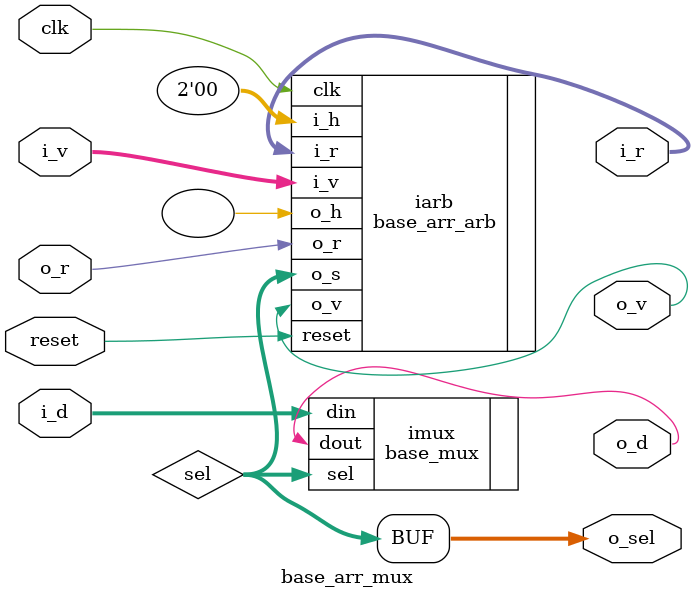
<source format=v>
module base_arr_mux#
  (
   parameter ways = 2,
   parameter width = 1
   )
  (
   input 		  clk,
   input 		  reset,
   input [0:ways-1] 	  i_v,
   output [0:ways-1] 	  i_r,
   input [0:ways*width-1] i_d,
   output 		  o_v,
   input 		  o_r,
   output [0:width-1] 	  o_d,
   output [0:ways-1] 	  o_sel 	  
   );

   wire [0:ways-1] 	  sel;
   base_arr_arb#(.ways(ways)) iarb
     (.clk(clk),.reset(reset),
      .i_v(i_v),.i_r(i_r),.i_h({ways{1'b0}}),
      .o_v(o_v),.o_r(o_r),.o_h(),.o_s(sel));

   base_mux#(.ways(ways),.width(width)) imux(.din(i_d),.dout(o_d),.sel(sel));
   assign o_sel = sel;
   
endmodule // base_mux
   
		

</source>
